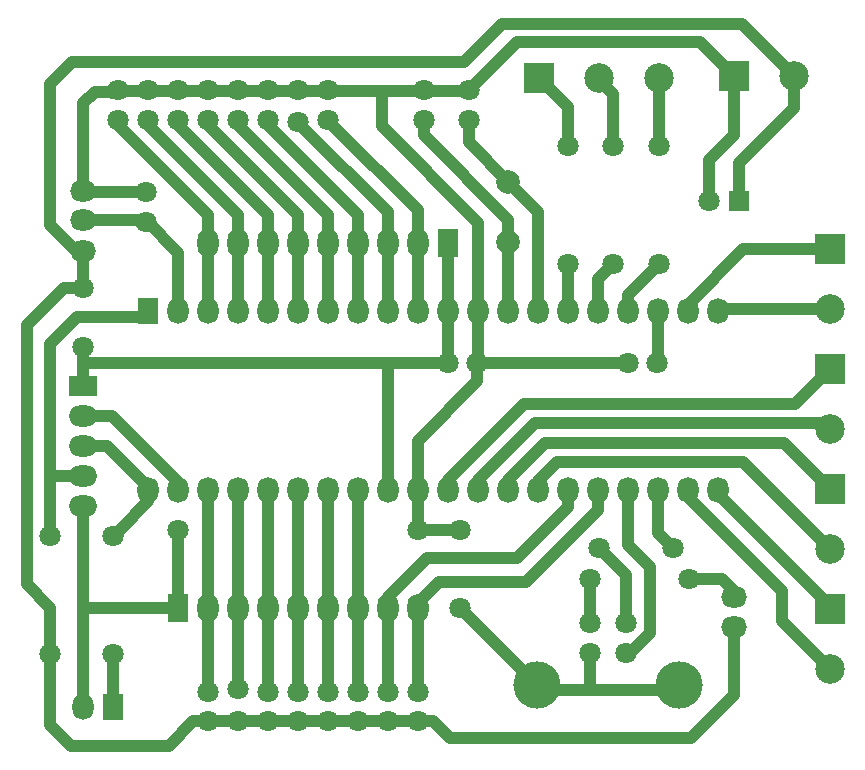
<source format=gbl>
%FSDAX44Y44*%
%MOMM*%
%SFA1B1*%

%IPPOS*%
%ADD10C,0.999998*%
%ADD11C,2.499995*%
%ADD12R,2.499995X2.499995*%
%ADD13R,2.499995X2.499995*%
%ADD14R,1.799996X2.199996*%
%ADD15O,1.799996X2.199996*%
%ADD16O,2.199996X1.799996*%
%ADD17C,1.799996*%
%ADD18R,1.799996X1.799996*%
%ADD19R,2.399995X1.799996*%
%ADD20O,2.399995X1.799996*%
%ADD21C,3.999992*%
%ADD22C,1.999996*%
%ADD23O,1.799996X2.399995*%
%ADD24R,1.799996X2.399995*%
%LNmk1-1*%
%LPD*%
G54D10*
X00597269Y00031539D02*
X00393199D01*
X00378829Y00045909*
X00366129*
X00340729*
X00315329*
X00289929*
X00264529*
X00239129*
X00213729*
X00188329*
X00176289*
X00155569Y00025189*
X00072759*
X00054979Y00042969*
Y00102659*
Y00142029*
X00034939Y00162069*
Y00381069*
X00066409Y00412539*
X00082919*
Y00444289*
X00076569*
X00054979Y00465879*
Y00585559*
X00073729Y00604309*
X00405199*
X00437119Y00636229*
X00640399*
X00684809Y00591820*
Y00565150*
X00637909Y00518249*
Y00486199*
X00641929Y00445770D02*
X00594729Y00398569D01*
X00569659Y00393319D02*
Y00348879D01*
X00544129Y00349039D02*
X00417999D01*
X00417259Y00349569D02*
Y00393319D01*
Y00468089*
X00335559Y00549789*
Y00579779*
X00289839*
X00264439*
X00239039*
X00213639*
X00188239*
X00162839*
X00137439*
X00112039*
X00109189*
X00106909Y00577499*
X00101969Y00578909D02*
X00092779D01*
X00082919Y00569049*
Y00495089*
X00084389Y00493619D02*
X00136259D01*
X00135859Y00470089D02*
X00082919D01*
X00077839Y00388409D02*
X00054979Y00365549D01*
Y00202659*
Y00253789D02*
X00082919D01*
Y00227119D02*
Y00142029D01*
Y00058209*
X00108319Y00102659D02*
Y00060749D01*
X00188659Y00070909D02*
Y00241319D01*
X00163259D02*
Y00248379D01*
X00107049Y00304589*
X00082919*
X00087999Y00279189D02*
X00103239D01*
X00137859Y00244569*
Y00241319*
Y00232199*
X00113869Y00208209*
X00137859Y00241319D02*
X00138799Y00242259D01*
X00162929Y00206799D02*
Y00142029D01*
X00082919*
X00214059Y00241319D02*
Y00073449D01*
X00239459Y00072179D02*
Y00241319D01*
X00264859D02*
Y00070909D01*
X00290259D02*
Y00241319D01*
X00315659D02*
Y00070909D01*
X00341139Y00072179D02*
Y00151329D01*
X00373749Y00183939*
X00449949*
X00493459Y00227449*
Y00238219*
X00518859Y00241319D02*
Y00224909D01*
X00457569Y00163619*
X00383909*
X00366539Y00146249*
Y00070909*
X00401689Y00142029D02*
X00459629Y00084089D01*
X00463439*
X00471059Y00072659D02*
X00512419D01*
Y00103969*
Y00072659D02*
X00583609D01*
X00544939Y00102699D02*
X00542419D01*
X00544939D02*
X00562979Y00120739D01*
Y00176319*
X00544259Y00195039*
Y00241319*
X00569659D02*
Y00205199D01*
X00582029Y00192829*
X00542569Y00170059D02*
X00519799Y00192829D01*
X00512419Y00166370D02*
Y00128969D01*
X00542569Y00128270D02*
Y00170059D01*
X00468059Y00241319D02*
Y00249039D01*
X00484239Y00265219*
X00641839*
X00715289Y00191770*
X00717769Y00140909D02*
X00620459Y00238219D01*
Y00241319*
X00595059D02*
Y00235679D01*
X00674649Y00156089*
Y00130810*
X00715289Y00090170*
X00634099Y00068369D02*
X00597269Y00031539D01*
X00634099Y00068369D02*
Y00125519D01*
X00595999Y00166159D02*
X00623939D01*
X00634099Y00155999*
X00715289Y00242570D02*
X00676129Y00281729D01*
X00474079*
X00442659Y00250309*
Y00241319*
X00417259D02*
Y00250309D01*
X00465189Y00298239*
X00715289*
X00685869Y00314749D02*
X00456299D01*
X00391859Y00250309*
Y00241319*
X00401689Y00208069D02*
X00366129D01*
X00366459Y00208399D02*
Y00241319D01*
Y00283329*
X00416729Y00333599*
Y00349039*
X00391729D02*
X00082919D01*
Y00363009*
Y00349039D02*
Y00329989D01*
X00077839Y00388409D02*
X00139739D01*
X00163259Y00393319D02*
Y00442689D01*
X00135859Y00470089*
X00188329Y00474769D02*
X00110074Y00553024D01*
X00135474D02*
X00213729Y00474769D01*
Y00455719*
X00214059Y00455389D02*
Y00393319D01*
X00188329Y00393649D02*
Y00455719D01*
Y00474769*
X00186909Y00552389D02*
X00264529Y00474769D01*
Y00455719*
X00264859Y00455389D02*
Y00393319D01*
X00239129Y00393649D02*
Y00455719D01*
Y00474769*
X00161509Y00552389*
X00212944Y00551754D02*
X00289929Y00474769D01*
Y00455719*
Y00393649*
X00315329D02*
Y00455719D01*
Y00474769*
X00237859Y00552239*
X00263474Y00552024D02*
X00265404D01*
X00340729Y00476699*
Y00455719*
X00341059Y00455389D02*
Y00393319D01*
X00315659D02*
X00315329Y00393649D01*
X00366459Y00393319D02*
Y00455389D01*
X00366129Y00455719D02*
Y00478699D01*
X00293074Y00551754*
X00289144*
X00335559Y00579779D02*
X00371119D01*
X00409219*
Y00579989*
X00450259Y00621030*
X00604799*
X00634009Y00591820*
Y00542290*
X00612509Y00520789*
Y00486199*
X00641929Y00445770D02*
X00715289D01*
Y00394970D02*
X00620339D01*
X00620459Y00395089*
Y00393319*
X00570599Y00433189D02*
X00544259Y00406849D01*
Y00393319*
X00518859D02*
Y00420149D01*
X00531899Y00433189*
X00493459Y00393319D02*
Y00433189D01*
X00468059Y00393319D02*
Y00477309D01*
X00442659Y00502709*
X00409219Y00536149*
Y00554990*
X00371119Y00555189D02*
Y00542169D01*
X00442659Y00470629*
Y00393319*
X00391859Y00349169D02*
Y00393319D01*
Y00450639*
Y00455389*
X00341059Y00348099D02*
Y00241319D01*
X00570599Y00433189D02*
Y00435399D01*
X00493459Y00533189D02*
Y00565999D01*
X00468909Y00590550*
X00518439D02*
X00519074Y00589915D01*
X00531899Y00577089*
Y00533189*
X00570599Y00590550D02*
Y00533189D01*
X00715289Y00344170D02*
X00685869Y00314749D01*
G54D11*
X00715289Y00090170D03*
Y00191770D03*
Y00293370D03*
Y00394970D03*
X00570509Y00590550D03*
X00519709D03*
X00684809Y00591820D03*
G54D12*
X00468909Y00590550D03*
X00634009Y00591820D03*
G54D13*
X00715289Y00140970D03*
Y00242570D03*
Y00344170D03*
Y00445770D03*
G54D14*
X00108319Y00058209D03*
X00137859Y00393319D03*
G54D15*
X00214059Y00241319D03*
X00188659D03*
X00163259D03*
X00137859D03*
X00239459D03*
X00264859D03*
X00290259D03*
X00315659D03*
X00341059D03*
X00366459D03*
X00391859D03*
X00417259D03*
X00442659D03*
X00468059D03*
X00493459D03*
X00518859D03*
X00544259D03*
X00569659D03*
X00595059D03*
X00620459D03*
X00468059Y00393319D03*
X00442659D03*
X00417259D03*
X00391859D03*
X00366459D03*
X00341059D03*
X00315659D03*
X00290259D03*
X00264859D03*
X00239459D03*
X00214059D03*
X00188659D03*
X00163259D03*
X00082919Y00058209D03*
X00493459Y00393319D03*
X00518859D03*
X00544259D03*
X00569659D03*
X00595059D03*
X00620459D03*
G54D16*
X00634099Y00125519D03*
Y00150919D03*
X00082919Y00444289D03*
Y00470089D03*
Y00495089D03*
G54D17*
X00366129Y00045909D03*
X00340729D03*
X00315329D03*
X00289929D03*
X00264529D03*
X00239129D03*
X00213729D03*
X00188329D03*
Y00070909D03*
X00213729Y00072909D03*
X00239129Y00070909D03*
X00264529D03*
X00289929D03*
X00315329D03*
X00340729D03*
X00366129D03*
X00401689Y00142029D03*
X00366129Y00208069D03*
X00401689D03*
X00391729Y00349039D03*
X00416729D03*
X00493459Y00433189D03*
X00531899D03*
X00570599D03*
X00612509Y00486199D03*
X00531899Y00533189D03*
X00493459D03*
X00570599D03*
X00409219Y00554990D03*
Y00579989D03*
X00371119Y00555189D03*
Y00580189D03*
X00289839Y00554990D03*
X00264439Y00552989D03*
X00239039Y00554990D03*
X00213639D03*
X00188239D03*
X00162839D03*
X00137439D03*
X00112039D03*
Y00579989D03*
X00137439D03*
X00162839D03*
X00188239D03*
X00213639D03*
X00239039D03*
X00264439D03*
X00289839D03*
X00136259Y00468619D03*
Y00493619D03*
X00082919Y00412539D03*
Y00363009D03*
X00162929Y00208069D03*
X00108319Y00202659D03*
X00054979D03*
X00108319Y00102659D03*
X00054979D03*
X00519799Y00192829D03*
X00512419Y00166370D03*
Y00128969D03*
Y00103969D03*
X00542419Y00128969D03*
Y00103969D03*
X00595999Y00166159D03*
X00582029Y00192829D03*
X00544129Y00349039D03*
X00569129D03*
G54D18*
X00637909Y00486199D03*
G54D19*
X00082919Y00329989D03*
G54D20*
X00082919Y00228389D03*
Y00253789D03*
Y00279189D03*
Y00304589D03*
G54D21*
X00467419Y00076469D03*
X00587419D03*
G54D22*
X00442659Y00451909D03*
Y00502709D03*
G54D23*
X00289929Y00142029D03*
X00264529D03*
X00239129D03*
X00213729D03*
X00188329D03*
X00315329D03*
X00340729D03*
X00366129D03*
X00188659Y00450639D03*
X00214059D03*
X00239459D03*
X00264859D03*
X00290259D03*
X00315659D03*
X00341059D03*
X00366459D03*
G54D24*
X00162929Y00142029D03*
X00391859Y00450639D03*
M02*
</source>
